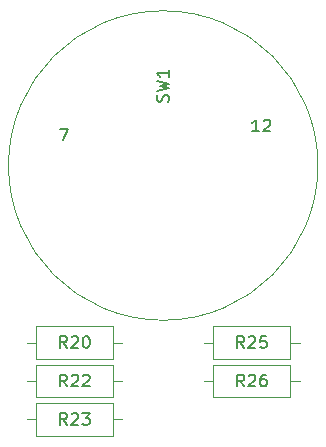
<source format=gto>
G04 #@! TF.GenerationSoftware,KiCad,Pcbnew,7.0.7-7.0.7~ubuntu22.04.1*
G04 #@! TF.CreationDate,2023-12-10T22:01:07+01:00*
G04 #@! TF.ProjectId,CD40106_VCO,43443430-3130-4365-9f56-434f2e6b6963,rev?*
G04 #@! TF.SameCoordinates,Original*
G04 #@! TF.FileFunction,Legend,Top*
G04 #@! TF.FilePolarity,Positive*
%FSLAX46Y46*%
G04 Gerber Fmt 4.6, Leading zero omitted, Abs format (unit mm)*
G04 Created by KiCad (PCBNEW 7.0.7-7.0.7~ubuntu22.04.1) date 2023-12-10 22:01:07*
%MOMM*%
%LPD*%
G01*
G04 APERTURE LIST*
%ADD10C,0.150000*%
%ADD11C,0.120000*%
%ADD12C,1.600000*%
%ADD13O,1.600000X1.600000*%
%ADD14O,2.500000X2.500000*%
%ADD15R,1.700000X1.700000*%
%ADD16O,1.700000X1.700000*%
G04 APERTURE END LIST*
D10*
X108741541Y-84469819D02*
X109408207Y-84469819D01*
X109408207Y-84469819D02*
X108979636Y-85469819D01*
X125610588Y-84719819D02*
X125039160Y-84719819D01*
X125324874Y-84719819D02*
X125324874Y-83719819D01*
X125324874Y-83719819D02*
X125229636Y-83862676D01*
X125229636Y-83862676D02*
X125134398Y-83957914D01*
X125134398Y-83957914D02*
X125039160Y-84005533D01*
X125991541Y-83815057D02*
X126039160Y-83767438D01*
X126039160Y-83767438D02*
X126134398Y-83719819D01*
X126134398Y-83719819D02*
X126372493Y-83719819D01*
X126372493Y-83719819D02*
X126467731Y-83767438D01*
X126467731Y-83767438D02*
X126515350Y-83815057D01*
X126515350Y-83815057D02*
X126562969Y-83910295D01*
X126562969Y-83910295D02*
X126562969Y-84005533D01*
X126562969Y-84005533D02*
X126515350Y-84148390D01*
X126515350Y-84148390D02*
X125943922Y-84719819D01*
X125943922Y-84719819D02*
X126562969Y-84719819D01*
X109357142Y-106304819D02*
X109023809Y-105828628D01*
X108785714Y-106304819D02*
X108785714Y-105304819D01*
X108785714Y-105304819D02*
X109166666Y-105304819D01*
X109166666Y-105304819D02*
X109261904Y-105352438D01*
X109261904Y-105352438D02*
X109309523Y-105400057D01*
X109309523Y-105400057D02*
X109357142Y-105495295D01*
X109357142Y-105495295D02*
X109357142Y-105638152D01*
X109357142Y-105638152D02*
X109309523Y-105733390D01*
X109309523Y-105733390D02*
X109261904Y-105781009D01*
X109261904Y-105781009D02*
X109166666Y-105828628D01*
X109166666Y-105828628D02*
X108785714Y-105828628D01*
X109738095Y-105400057D02*
X109785714Y-105352438D01*
X109785714Y-105352438D02*
X109880952Y-105304819D01*
X109880952Y-105304819D02*
X110119047Y-105304819D01*
X110119047Y-105304819D02*
X110214285Y-105352438D01*
X110214285Y-105352438D02*
X110261904Y-105400057D01*
X110261904Y-105400057D02*
X110309523Y-105495295D01*
X110309523Y-105495295D02*
X110309523Y-105590533D01*
X110309523Y-105590533D02*
X110261904Y-105733390D01*
X110261904Y-105733390D02*
X109690476Y-106304819D01*
X109690476Y-106304819D02*
X110309523Y-106304819D01*
X110690476Y-105400057D02*
X110738095Y-105352438D01*
X110738095Y-105352438D02*
X110833333Y-105304819D01*
X110833333Y-105304819D02*
X111071428Y-105304819D01*
X111071428Y-105304819D02*
X111166666Y-105352438D01*
X111166666Y-105352438D02*
X111214285Y-105400057D01*
X111214285Y-105400057D02*
X111261904Y-105495295D01*
X111261904Y-105495295D02*
X111261904Y-105590533D01*
X111261904Y-105590533D02*
X111214285Y-105733390D01*
X111214285Y-105733390D02*
X110642857Y-106304819D01*
X110642857Y-106304819D02*
X111261904Y-106304819D01*
X124357142Y-103054819D02*
X124023809Y-102578628D01*
X123785714Y-103054819D02*
X123785714Y-102054819D01*
X123785714Y-102054819D02*
X124166666Y-102054819D01*
X124166666Y-102054819D02*
X124261904Y-102102438D01*
X124261904Y-102102438D02*
X124309523Y-102150057D01*
X124309523Y-102150057D02*
X124357142Y-102245295D01*
X124357142Y-102245295D02*
X124357142Y-102388152D01*
X124357142Y-102388152D02*
X124309523Y-102483390D01*
X124309523Y-102483390D02*
X124261904Y-102531009D01*
X124261904Y-102531009D02*
X124166666Y-102578628D01*
X124166666Y-102578628D02*
X123785714Y-102578628D01*
X124738095Y-102150057D02*
X124785714Y-102102438D01*
X124785714Y-102102438D02*
X124880952Y-102054819D01*
X124880952Y-102054819D02*
X125119047Y-102054819D01*
X125119047Y-102054819D02*
X125214285Y-102102438D01*
X125214285Y-102102438D02*
X125261904Y-102150057D01*
X125261904Y-102150057D02*
X125309523Y-102245295D01*
X125309523Y-102245295D02*
X125309523Y-102340533D01*
X125309523Y-102340533D02*
X125261904Y-102483390D01*
X125261904Y-102483390D02*
X124690476Y-103054819D01*
X124690476Y-103054819D02*
X125309523Y-103054819D01*
X126214285Y-102054819D02*
X125738095Y-102054819D01*
X125738095Y-102054819D02*
X125690476Y-102531009D01*
X125690476Y-102531009D02*
X125738095Y-102483390D01*
X125738095Y-102483390D02*
X125833333Y-102435771D01*
X125833333Y-102435771D02*
X126071428Y-102435771D01*
X126071428Y-102435771D02*
X126166666Y-102483390D01*
X126166666Y-102483390D02*
X126214285Y-102531009D01*
X126214285Y-102531009D02*
X126261904Y-102626247D01*
X126261904Y-102626247D02*
X126261904Y-102864342D01*
X126261904Y-102864342D02*
X126214285Y-102959580D01*
X126214285Y-102959580D02*
X126166666Y-103007200D01*
X126166666Y-103007200D02*
X126071428Y-103054819D01*
X126071428Y-103054819D02*
X125833333Y-103054819D01*
X125833333Y-103054819D02*
X125738095Y-103007200D01*
X125738095Y-103007200D02*
X125690476Y-102959580D01*
X124357142Y-106304819D02*
X124023809Y-105828628D01*
X123785714Y-106304819D02*
X123785714Y-105304819D01*
X123785714Y-105304819D02*
X124166666Y-105304819D01*
X124166666Y-105304819D02*
X124261904Y-105352438D01*
X124261904Y-105352438D02*
X124309523Y-105400057D01*
X124309523Y-105400057D02*
X124357142Y-105495295D01*
X124357142Y-105495295D02*
X124357142Y-105638152D01*
X124357142Y-105638152D02*
X124309523Y-105733390D01*
X124309523Y-105733390D02*
X124261904Y-105781009D01*
X124261904Y-105781009D02*
X124166666Y-105828628D01*
X124166666Y-105828628D02*
X123785714Y-105828628D01*
X124738095Y-105400057D02*
X124785714Y-105352438D01*
X124785714Y-105352438D02*
X124880952Y-105304819D01*
X124880952Y-105304819D02*
X125119047Y-105304819D01*
X125119047Y-105304819D02*
X125214285Y-105352438D01*
X125214285Y-105352438D02*
X125261904Y-105400057D01*
X125261904Y-105400057D02*
X125309523Y-105495295D01*
X125309523Y-105495295D02*
X125309523Y-105590533D01*
X125309523Y-105590533D02*
X125261904Y-105733390D01*
X125261904Y-105733390D02*
X124690476Y-106304819D01*
X124690476Y-106304819D02*
X125309523Y-106304819D01*
X126166666Y-105304819D02*
X125976190Y-105304819D01*
X125976190Y-105304819D02*
X125880952Y-105352438D01*
X125880952Y-105352438D02*
X125833333Y-105400057D01*
X125833333Y-105400057D02*
X125738095Y-105542914D01*
X125738095Y-105542914D02*
X125690476Y-105733390D01*
X125690476Y-105733390D02*
X125690476Y-106114342D01*
X125690476Y-106114342D02*
X125738095Y-106209580D01*
X125738095Y-106209580D02*
X125785714Y-106257200D01*
X125785714Y-106257200D02*
X125880952Y-106304819D01*
X125880952Y-106304819D02*
X126071428Y-106304819D01*
X126071428Y-106304819D02*
X126166666Y-106257200D01*
X126166666Y-106257200D02*
X126214285Y-106209580D01*
X126214285Y-106209580D02*
X126261904Y-106114342D01*
X126261904Y-106114342D02*
X126261904Y-105876247D01*
X126261904Y-105876247D02*
X126214285Y-105781009D01*
X126214285Y-105781009D02*
X126166666Y-105733390D01*
X126166666Y-105733390D02*
X126071428Y-105685771D01*
X126071428Y-105685771D02*
X125880952Y-105685771D01*
X125880952Y-105685771D02*
X125785714Y-105733390D01*
X125785714Y-105733390D02*
X125738095Y-105781009D01*
X125738095Y-105781009D02*
X125690476Y-105876247D01*
X109357142Y-109554819D02*
X109023809Y-109078628D01*
X108785714Y-109554819D02*
X108785714Y-108554819D01*
X108785714Y-108554819D02*
X109166666Y-108554819D01*
X109166666Y-108554819D02*
X109261904Y-108602438D01*
X109261904Y-108602438D02*
X109309523Y-108650057D01*
X109309523Y-108650057D02*
X109357142Y-108745295D01*
X109357142Y-108745295D02*
X109357142Y-108888152D01*
X109357142Y-108888152D02*
X109309523Y-108983390D01*
X109309523Y-108983390D02*
X109261904Y-109031009D01*
X109261904Y-109031009D02*
X109166666Y-109078628D01*
X109166666Y-109078628D02*
X108785714Y-109078628D01*
X109738095Y-108650057D02*
X109785714Y-108602438D01*
X109785714Y-108602438D02*
X109880952Y-108554819D01*
X109880952Y-108554819D02*
X110119047Y-108554819D01*
X110119047Y-108554819D02*
X110214285Y-108602438D01*
X110214285Y-108602438D02*
X110261904Y-108650057D01*
X110261904Y-108650057D02*
X110309523Y-108745295D01*
X110309523Y-108745295D02*
X110309523Y-108840533D01*
X110309523Y-108840533D02*
X110261904Y-108983390D01*
X110261904Y-108983390D02*
X109690476Y-109554819D01*
X109690476Y-109554819D02*
X110309523Y-109554819D01*
X110642857Y-108554819D02*
X111261904Y-108554819D01*
X111261904Y-108554819D02*
X110928571Y-108935771D01*
X110928571Y-108935771D02*
X111071428Y-108935771D01*
X111071428Y-108935771D02*
X111166666Y-108983390D01*
X111166666Y-108983390D02*
X111214285Y-109031009D01*
X111214285Y-109031009D02*
X111261904Y-109126247D01*
X111261904Y-109126247D02*
X111261904Y-109364342D01*
X111261904Y-109364342D02*
X111214285Y-109459580D01*
X111214285Y-109459580D02*
X111166666Y-109507200D01*
X111166666Y-109507200D02*
X111071428Y-109554819D01*
X111071428Y-109554819D02*
X110785714Y-109554819D01*
X110785714Y-109554819D02*
X110690476Y-109507200D01*
X110690476Y-109507200D02*
X110642857Y-109459580D01*
X117907200Y-82183332D02*
X117954819Y-82040475D01*
X117954819Y-82040475D02*
X117954819Y-81802380D01*
X117954819Y-81802380D02*
X117907200Y-81707142D01*
X117907200Y-81707142D02*
X117859580Y-81659523D01*
X117859580Y-81659523D02*
X117764342Y-81611904D01*
X117764342Y-81611904D02*
X117669104Y-81611904D01*
X117669104Y-81611904D02*
X117573866Y-81659523D01*
X117573866Y-81659523D02*
X117526247Y-81707142D01*
X117526247Y-81707142D02*
X117478628Y-81802380D01*
X117478628Y-81802380D02*
X117431009Y-81992856D01*
X117431009Y-81992856D02*
X117383390Y-82088094D01*
X117383390Y-82088094D02*
X117335771Y-82135713D01*
X117335771Y-82135713D02*
X117240533Y-82183332D01*
X117240533Y-82183332D02*
X117145295Y-82183332D01*
X117145295Y-82183332D02*
X117050057Y-82135713D01*
X117050057Y-82135713D02*
X117002438Y-82088094D01*
X117002438Y-82088094D02*
X116954819Y-81992856D01*
X116954819Y-81992856D02*
X116954819Y-81754761D01*
X116954819Y-81754761D02*
X117002438Y-81611904D01*
X116954819Y-81278570D02*
X117954819Y-81040475D01*
X117954819Y-81040475D02*
X117240533Y-80849999D01*
X117240533Y-80849999D02*
X117954819Y-80659523D01*
X117954819Y-80659523D02*
X116954819Y-80421428D01*
X117954819Y-79516666D02*
X117954819Y-80088094D01*
X117954819Y-79802380D02*
X116954819Y-79802380D01*
X116954819Y-79802380D02*
X117097676Y-79897618D01*
X117097676Y-79897618D02*
X117192914Y-79992856D01*
X117192914Y-79992856D02*
X117240533Y-80088094D01*
X109357142Y-103054819D02*
X109023809Y-102578628D01*
X108785714Y-103054819D02*
X108785714Y-102054819D01*
X108785714Y-102054819D02*
X109166666Y-102054819D01*
X109166666Y-102054819D02*
X109261904Y-102102438D01*
X109261904Y-102102438D02*
X109309523Y-102150057D01*
X109309523Y-102150057D02*
X109357142Y-102245295D01*
X109357142Y-102245295D02*
X109357142Y-102388152D01*
X109357142Y-102388152D02*
X109309523Y-102483390D01*
X109309523Y-102483390D02*
X109261904Y-102531009D01*
X109261904Y-102531009D02*
X109166666Y-102578628D01*
X109166666Y-102578628D02*
X108785714Y-102578628D01*
X109738095Y-102150057D02*
X109785714Y-102102438D01*
X109785714Y-102102438D02*
X109880952Y-102054819D01*
X109880952Y-102054819D02*
X110119047Y-102054819D01*
X110119047Y-102054819D02*
X110214285Y-102102438D01*
X110214285Y-102102438D02*
X110261904Y-102150057D01*
X110261904Y-102150057D02*
X110309523Y-102245295D01*
X110309523Y-102245295D02*
X110309523Y-102340533D01*
X110309523Y-102340533D02*
X110261904Y-102483390D01*
X110261904Y-102483390D02*
X109690476Y-103054819D01*
X109690476Y-103054819D02*
X110309523Y-103054819D01*
X110928571Y-102054819D02*
X111023809Y-102054819D01*
X111023809Y-102054819D02*
X111119047Y-102102438D01*
X111119047Y-102102438D02*
X111166666Y-102150057D01*
X111166666Y-102150057D02*
X111214285Y-102245295D01*
X111214285Y-102245295D02*
X111261904Y-102435771D01*
X111261904Y-102435771D02*
X111261904Y-102673866D01*
X111261904Y-102673866D02*
X111214285Y-102864342D01*
X111214285Y-102864342D02*
X111166666Y-102959580D01*
X111166666Y-102959580D02*
X111119047Y-103007200D01*
X111119047Y-103007200D02*
X111023809Y-103054819D01*
X111023809Y-103054819D02*
X110928571Y-103054819D01*
X110928571Y-103054819D02*
X110833333Y-103007200D01*
X110833333Y-103007200D02*
X110785714Y-102959580D01*
X110785714Y-102959580D02*
X110738095Y-102864342D01*
X110738095Y-102864342D02*
X110690476Y-102673866D01*
X110690476Y-102673866D02*
X110690476Y-102435771D01*
X110690476Y-102435771D02*
X110738095Y-102245295D01*
X110738095Y-102245295D02*
X110785714Y-102150057D01*
X110785714Y-102150057D02*
X110833333Y-102102438D01*
X110833333Y-102102438D02*
X110928571Y-102054819D01*
D11*
X105960000Y-105850000D02*
X106730000Y-105850000D01*
X106730000Y-104480000D02*
X106730000Y-107220000D01*
X106730000Y-107220000D02*
X113270000Y-107220000D01*
X113270000Y-104480000D02*
X106730000Y-104480000D01*
X113270000Y-107220000D02*
X113270000Y-104480000D01*
X114040000Y-105850000D02*
X113270000Y-105850000D01*
X129040000Y-102600000D02*
X128270000Y-102600000D01*
X128270000Y-103970000D02*
X128270000Y-101230000D01*
X128270000Y-101230000D02*
X121730000Y-101230000D01*
X121730000Y-103970000D02*
X128270000Y-103970000D01*
X121730000Y-101230000D02*
X121730000Y-103970000D01*
X120960000Y-102600000D02*
X121730000Y-102600000D01*
X120960000Y-105850000D02*
X121730000Y-105850000D01*
X121730000Y-104480000D02*
X121730000Y-107220000D01*
X121730000Y-107220000D02*
X128270000Y-107220000D01*
X128270000Y-104480000D02*
X121730000Y-104480000D01*
X128270000Y-107220000D02*
X128270000Y-104480000D01*
X129040000Y-105850000D02*
X128270000Y-105850000D01*
X114040000Y-109100000D02*
X113270000Y-109100000D01*
X113270000Y-110470000D02*
X113270000Y-107730000D01*
X113270000Y-107730000D02*
X106730000Y-107730000D01*
X106730000Y-110470000D02*
X113270000Y-110470000D01*
X106730000Y-107730000D02*
X106730000Y-110470000D01*
X105960000Y-109100000D02*
X106730000Y-109100000D01*
X130600000Y-87600000D02*
G75*
G03*
X130600000Y-87600000I-13100000J0D01*
G01*
X105960000Y-102600000D02*
X106730000Y-102600000D01*
X106730000Y-101230000D02*
X106730000Y-103970000D01*
X106730000Y-103970000D02*
X113270000Y-103970000D01*
X113270000Y-101230000D02*
X106730000Y-101230000D01*
X113270000Y-103970000D02*
X113270000Y-101230000D01*
X114040000Y-102600000D02*
X113270000Y-102600000D01*
%LPC*%
D12*
X104920000Y-105850000D03*
D13*
X115080000Y-105850000D03*
D12*
X130080000Y-102600000D03*
D13*
X119920000Y-102600000D03*
D12*
X119920000Y-105850000D03*
D13*
X130080000Y-105850000D03*
D12*
X115080000Y-109100000D03*
D13*
X104920000Y-109100000D03*
D14*
X106778224Y-84727109D03*
X109651115Y-79751115D03*
X114627109Y-76878224D03*
X120372891Y-76878224D03*
X125348885Y-79751115D03*
X128221776Y-84727109D03*
X128221776Y-90472891D03*
X125348885Y-95448885D03*
X120372891Y-98321776D03*
X114627109Y-98321776D03*
X109651115Y-95448885D03*
X106778224Y-90472891D03*
X114777639Y-84877639D03*
X120222361Y-84877639D03*
X120222361Y-90322361D03*
X114777639Y-90322361D03*
D12*
X104920000Y-102600000D03*
D13*
X115080000Y-102600000D03*
D15*
X129000000Y-109850000D03*
D16*
X126460000Y-109850000D03*
X123920000Y-109850000D03*
X121380000Y-109850000D03*
%LPD*%
M02*

</source>
